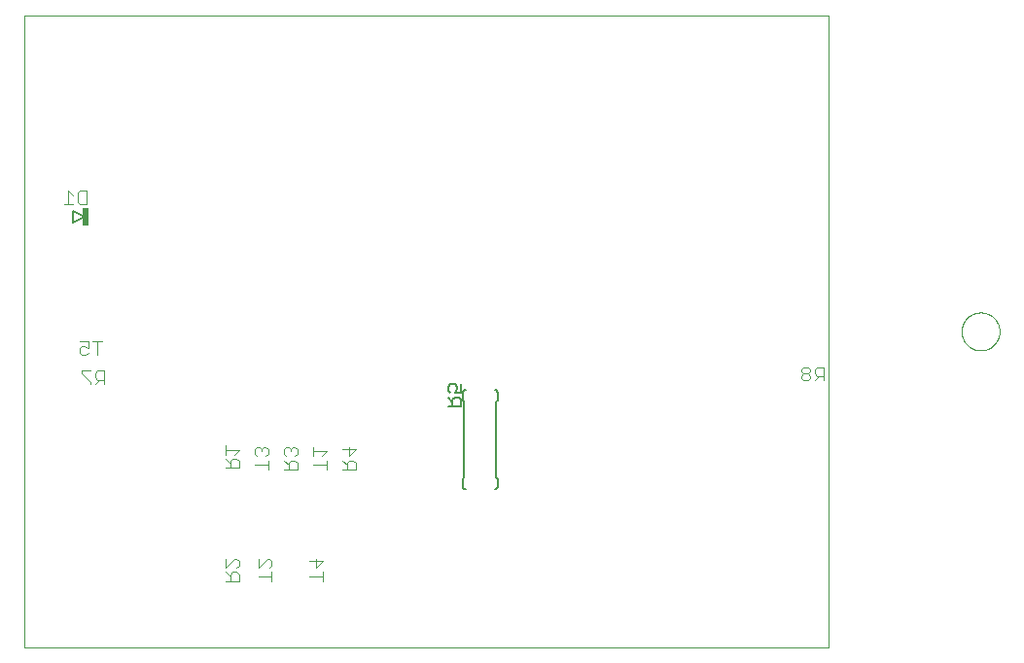
<source format=gbo>
G75*
%MOIN*%
%OFA0B0*%
%FSLAX25Y25*%
%IPPOS*%
%LPD*%
%AMOC8*
5,1,8,0,0,1.08239X$1,22.5*
%
%ADD10C,0.00000*%
%ADD11C,0.00400*%
%ADD12C,0.00800*%
%ADD13R,0.02400X0.06200*%
%ADD14C,0.00600*%
%ADD15C,0.00500*%
D10*
X0002474Y0011800D02*
X0002474Y0228335D01*
X0278065Y0228335D01*
X0278065Y0011800D01*
X0002474Y0011800D01*
X0323724Y0120068D02*
X0323726Y0120229D01*
X0323732Y0120389D01*
X0323742Y0120550D01*
X0323756Y0120710D01*
X0323774Y0120870D01*
X0323795Y0121029D01*
X0323821Y0121188D01*
X0323851Y0121346D01*
X0323884Y0121503D01*
X0323922Y0121660D01*
X0323963Y0121815D01*
X0324008Y0121969D01*
X0324057Y0122122D01*
X0324110Y0122274D01*
X0324166Y0122425D01*
X0324227Y0122574D01*
X0324290Y0122722D01*
X0324358Y0122868D01*
X0324429Y0123012D01*
X0324503Y0123154D01*
X0324581Y0123295D01*
X0324663Y0123433D01*
X0324748Y0123570D01*
X0324836Y0123704D01*
X0324928Y0123836D01*
X0325023Y0123966D01*
X0325121Y0124094D01*
X0325222Y0124219D01*
X0325326Y0124341D01*
X0325433Y0124461D01*
X0325543Y0124578D01*
X0325656Y0124693D01*
X0325772Y0124804D01*
X0325891Y0124913D01*
X0326012Y0125018D01*
X0326136Y0125121D01*
X0326262Y0125221D01*
X0326390Y0125317D01*
X0326521Y0125410D01*
X0326655Y0125500D01*
X0326790Y0125587D01*
X0326928Y0125670D01*
X0327067Y0125750D01*
X0327209Y0125826D01*
X0327352Y0125899D01*
X0327497Y0125968D01*
X0327644Y0126034D01*
X0327792Y0126096D01*
X0327942Y0126154D01*
X0328093Y0126209D01*
X0328246Y0126260D01*
X0328400Y0126307D01*
X0328555Y0126350D01*
X0328711Y0126389D01*
X0328867Y0126425D01*
X0329025Y0126456D01*
X0329183Y0126484D01*
X0329342Y0126508D01*
X0329502Y0126528D01*
X0329662Y0126544D01*
X0329822Y0126556D01*
X0329983Y0126564D01*
X0330144Y0126568D01*
X0330304Y0126568D01*
X0330465Y0126564D01*
X0330626Y0126556D01*
X0330786Y0126544D01*
X0330946Y0126528D01*
X0331106Y0126508D01*
X0331265Y0126484D01*
X0331423Y0126456D01*
X0331581Y0126425D01*
X0331737Y0126389D01*
X0331893Y0126350D01*
X0332048Y0126307D01*
X0332202Y0126260D01*
X0332355Y0126209D01*
X0332506Y0126154D01*
X0332656Y0126096D01*
X0332804Y0126034D01*
X0332951Y0125968D01*
X0333096Y0125899D01*
X0333239Y0125826D01*
X0333381Y0125750D01*
X0333520Y0125670D01*
X0333658Y0125587D01*
X0333793Y0125500D01*
X0333927Y0125410D01*
X0334058Y0125317D01*
X0334186Y0125221D01*
X0334312Y0125121D01*
X0334436Y0125018D01*
X0334557Y0124913D01*
X0334676Y0124804D01*
X0334792Y0124693D01*
X0334905Y0124578D01*
X0335015Y0124461D01*
X0335122Y0124341D01*
X0335226Y0124219D01*
X0335327Y0124094D01*
X0335425Y0123966D01*
X0335520Y0123836D01*
X0335612Y0123704D01*
X0335700Y0123570D01*
X0335785Y0123433D01*
X0335867Y0123295D01*
X0335945Y0123154D01*
X0336019Y0123012D01*
X0336090Y0122868D01*
X0336158Y0122722D01*
X0336221Y0122574D01*
X0336282Y0122425D01*
X0336338Y0122274D01*
X0336391Y0122122D01*
X0336440Y0121969D01*
X0336485Y0121815D01*
X0336526Y0121660D01*
X0336564Y0121503D01*
X0336597Y0121346D01*
X0336627Y0121188D01*
X0336653Y0121029D01*
X0336674Y0120870D01*
X0336692Y0120710D01*
X0336706Y0120550D01*
X0336716Y0120389D01*
X0336722Y0120229D01*
X0336724Y0120068D01*
X0336722Y0119907D01*
X0336716Y0119747D01*
X0336706Y0119586D01*
X0336692Y0119426D01*
X0336674Y0119266D01*
X0336653Y0119107D01*
X0336627Y0118948D01*
X0336597Y0118790D01*
X0336564Y0118633D01*
X0336526Y0118476D01*
X0336485Y0118321D01*
X0336440Y0118167D01*
X0336391Y0118014D01*
X0336338Y0117862D01*
X0336282Y0117711D01*
X0336221Y0117562D01*
X0336158Y0117414D01*
X0336090Y0117268D01*
X0336019Y0117124D01*
X0335945Y0116982D01*
X0335867Y0116841D01*
X0335785Y0116703D01*
X0335700Y0116566D01*
X0335612Y0116432D01*
X0335520Y0116300D01*
X0335425Y0116170D01*
X0335327Y0116042D01*
X0335226Y0115917D01*
X0335122Y0115795D01*
X0335015Y0115675D01*
X0334905Y0115558D01*
X0334792Y0115443D01*
X0334676Y0115332D01*
X0334557Y0115223D01*
X0334436Y0115118D01*
X0334312Y0115015D01*
X0334186Y0114915D01*
X0334058Y0114819D01*
X0333927Y0114726D01*
X0333793Y0114636D01*
X0333658Y0114549D01*
X0333520Y0114466D01*
X0333381Y0114386D01*
X0333239Y0114310D01*
X0333096Y0114237D01*
X0332951Y0114168D01*
X0332804Y0114102D01*
X0332656Y0114040D01*
X0332506Y0113982D01*
X0332355Y0113927D01*
X0332202Y0113876D01*
X0332048Y0113829D01*
X0331893Y0113786D01*
X0331737Y0113747D01*
X0331581Y0113711D01*
X0331423Y0113680D01*
X0331265Y0113652D01*
X0331106Y0113628D01*
X0330946Y0113608D01*
X0330786Y0113592D01*
X0330626Y0113580D01*
X0330465Y0113572D01*
X0330304Y0113568D01*
X0330144Y0113568D01*
X0329983Y0113572D01*
X0329822Y0113580D01*
X0329662Y0113592D01*
X0329502Y0113608D01*
X0329342Y0113628D01*
X0329183Y0113652D01*
X0329025Y0113680D01*
X0328867Y0113711D01*
X0328711Y0113747D01*
X0328555Y0113786D01*
X0328400Y0113829D01*
X0328246Y0113876D01*
X0328093Y0113927D01*
X0327942Y0113982D01*
X0327792Y0114040D01*
X0327644Y0114102D01*
X0327497Y0114168D01*
X0327352Y0114237D01*
X0327209Y0114310D01*
X0327067Y0114386D01*
X0326928Y0114466D01*
X0326790Y0114549D01*
X0326655Y0114636D01*
X0326521Y0114726D01*
X0326390Y0114819D01*
X0326262Y0114915D01*
X0326136Y0115015D01*
X0326012Y0115118D01*
X0325891Y0115223D01*
X0325772Y0115332D01*
X0325656Y0115443D01*
X0325543Y0115558D01*
X0325433Y0115675D01*
X0325326Y0115795D01*
X0325222Y0115917D01*
X0325121Y0116042D01*
X0325023Y0116170D01*
X0324928Y0116300D01*
X0324836Y0116432D01*
X0324748Y0116566D01*
X0324663Y0116703D01*
X0324581Y0116841D01*
X0324503Y0116982D01*
X0324429Y0117124D01*
X0324358Y0117268D01*
X0324290Y0117414D01*
X0324227Y0117562D01*
X0324166Y0117711D01*
X0324110Y0117862D01*
X0324057Y0118014D01*
X0324008Y0118167D01*
X0323963Y0118321D01*
X0323922Y0118476D01*
X0323884Y0118633D01*
X0323851Y0118790D01*
X0323821Y0118948D01*
X0323795Y0119107D01*
X0323774Y0119266D01*
X0323756Y0119426D01*
X0323742Y0119586D01*
X0323732Y0119747D01*
X0323726Y0119907D01*
X0323724Y0120068D01*
D11*
X0276482Y0107854D02*
X0276482Y0103250D01*
X0276482Y0104785D02*
X0274180Y0104785D01*
X0273413Y0105552D01*
X0273413Y0107087D01*
X0274180Y0107854D01*
X0276482Y0107854D01*
X0274948Y0104785D02*
X0273413Y0103250D01*
X0271878Y0104017D02*
X0271878Y0104785D01*
X0271111Y0105552D01*
X0269576Y0105552D01*
X0268809Y0104785D01*
X0268809Y0104017D01*
X0269576Y0103250D01*
X0271111Y0103250D01*
X0271878Y0104017D01*
X0271111Y0105552D02*
X0271878Y0106319D01*
X0271878Y0107087D01*
X0271111Y0107854D01*
X0269576Y0107854D01*
X0268809Y0107087D01*
X0268809Y0106319D01*
X0269576Y0105552D01*
X0116028Y0079698D02*
X0113726Y0077396D01*
X0113726Y0080465D01*
X0111424Y0079698D02*
X0116028Y0079698D01*
X0115261Y0075861D02*
X0113726Y0075861D01*
X0112959Y0075094D01*
X0112959Y0072792D01*
X0111424Y0072792D02*
X0116028Y0072792D01*
X0116028Y0075094D01*
X0115261Y0075861D01*
X0112959Y0074327D02*
X0111424Y0075861D01*
X0106028Y0075861D02*
X0106028Y0072792D01*
X0106028Y0074327D02*
X0101424Y0074327D01*
X0101424Y0077396D02*
X0101424Y0080465D01*
X0101424Y0078931D02*
X0106028Y0078931D01*
X0104494Y0077396D01*
X0096028Y0078163D02*
X0096028Y0079698D01*
X0095261Y0080465D01*
X0094494Y0080465D01*
X0093726Y0079698D01*
X0092959Y0080465D01*
X0092192Y0080465D01*
X0091424Y0079698D01*
X0091424Y0078163D01*
X0092192Y0077396D01*
X0091424Y0075861D02*
X0092959Y0074327D01*
X0092959Y0075094D02*
X0092959Y0072792D01*
X0091424Y0072792D02*
X0096028Y0072792D01*
X0096028Y0075094D01*
X0095261Y0075861D01*
X0093726Y0075861D01*
X0092959Y0075094D01*
X0095261Y0077396D02*
X0096028Y0078163D01*
X0093726Y0078931D02*
X0093726Y0079698D01*
X0086028Y0079698D02*
X0086028Y0078163D01*
X0085261Y0077396D01*
X0086028Y0075861D02*
X0086028Y0072792D01*
X0086028Y0074327D02*
X0081424Y0074327D01*
X0082192Y0077396D02*
X0081424Y0078163D01*
X0081424Y0079698D01*
X0082192Y0080465D01*
X0082959Y0080465D01*
X0083726Y0079698D01*
X0083726Y0078931D01*
X0083726Y0079698D02*
X0084494Y0080465D01*
X0085261Y0080465D01*
X0086028Y0079698D01*
X0076028Y0079389D02*
X0074494Y0077854D01*
X0075261Y0076319D02*
X0073726Y0076319D01*
X0072959Y0075552D01*
X0072959Y0073250D01*
X0072959Y0074785D02*
X0071424Y0076319D01*
X0071424Y0077854D02*
X0071424Y0080923D01*
X0071424Y0079389D02*
X0076028Y0079389D01*
X0075261Y0076319D02*
X0076028Y0075552D01*
X0076028Y0073250D01*
X0071424Y0073250D01*
X0071424Y0042173D02*
X0071424Y0039104D01*
X0074494Y0042173D01*
X0075261Y0042173D01*
X0076028Y0041406D01*
X0076028Y0039871D01*
X0075261Y0039104D01*
X0075261Y0037569D02*
X0073726Y0037569D01*
X0072959Y0036802D01*
X0072959Y0034500D01*
X0072959Y0036035D02*
X0071424Y0037569D01*
X0075261Y0037569D02*
X0076028Y0036802D01*
X0076028Y0034500D01*
X0071424Y0034500D01*
X0082674Y0036035D02*
X0087278Y0036035D01*
X0087278Y0037569D02*
X0087278Y0034500D01*
X0086511Y0039104D02*
X0087278Y0039871D01*
X0087278Y0041406D01*
X0086511Y0042173D01*
X0085744Y0042173D01*
X0082674Y0039104D01*
X0082674Y0042173D01*
X0100174Y0041406D02*
X0104778Y0041406D01*
X0102476Y0039104D01*
X0102476Y0042173D01*
X0104778Y0037569D02*
X0104778Y0034500D01*
X0104778Y0036035D02*
X0100174Y0036035D01*
X0029774Y0102000D02*
X0029774Y0106604D01*
X0027472Y0106604D01*
X0026705Y0105837D01*
X0026705Y0104302D01*
X0027472Y0103535D01*
X0029774Y0103535D01*
X0028240Y0103535D02*
X0026705Y0102000D01*
X0025170Y0102000D02*
X0025170Y0102767D01*
X0022101Y0105837D01*
X0022101Y0106604D01*
X0025170Y0106604D01*
X0023611Y0112000D02*
X0024378Y0112767D01*
X0023611Y0112000D02*
X0022076Y0112000D01*
X0021309Y0112767D01*
X0021309Y0114302D01*
X0022076Y0115069D01*
X0022844Y0115069D01*
X0024378Y0114302D01*
X0024378Y0116604D01*
X0021309Y0116604D01*
X0025913Y0116604D02*
X0028982Y0116604D01*
X0027448Y0116604D02*
X0027448Y0112000D01*
X0023732Y0163750D02*
X0021430Y0163750D01*
X0020663Y0164517D01*
X0020663Y0167587D01*
X0021430Y0168354D01*
X0023732Y0168354D01*
X0023732Y0163750D01*
X0019128Y0163750D02*
X0016059Y0163750D01*
X0017594Y0163750D02*
X0017594Y0168354D01*
X0019128Y0166819D01*
D12*
X0019256Y0161269D02*
X0019256Y0157331D01*
X0023193Y0159300D01*
X0019256Y0161269D01*
D13*
X0023424Y0159300D03*
D14*
X0152724Y0099050D02*
X0152724Y0096550D01*
X0153224Y0096050D01*
X0153224Y0070050D01*
X0152724Y0069550D01*
X0152724Y0067050D01*
X0152726Y0066990D01*
X0152731Y0066929D01*
X0152740Y0066870D01*
X0152753Y0066811D01*
X0152769Y0066752D01*
X0152789Y0066695D01*
X0152812Y0066640D01*
X0152839Y0066585D01*
X0152868Y0066533D01*
X0152901Y0066482D01*
X0152937Y0066433D01*
X0152975Y0066387D01*
X0153017Y0066343D01*
X0153061Y0066301D01*
X0153107Y0066263D01*
X0153156Y0066227D01*
X0153207Y0066194D01*
X0153259Y0066165D01*
X0153314Y0066138D01*
X0153369Y0066115D01*
X0153426Y0066095D01*
X0153485Y0066079D01*
X0153544Y0066066D01*
X0153603Y0066057D01*
X0153664Y0066052D01*
X0153724Y0066050D01*
X0163724Y0066050D02*
X0163784Y0066052D01*
X0163845Y0066057D01*
X0163904Y0066066D01*
X0163963Y0066079D01*
X0164022Y0066095D01*
X0164079Y0066115D01*
X0164134Y0066138D01*
X0164189Y0066165D01*
X0164241Y0066194D01*
X0164292Y0066227D01*
X0164341Y0066263D01*
X0164387Y0066301D01*
X0164431Y0066343D01*
X0164473Y0066387D01*
X0164511Y0066433D01*
X0164547Y0066482D01*
X0164580Y0066533D01*
X0164609Y0066585D01*
X0164636Y0066640D01*
X0164659Y0066695D01*
X0164679Y0066752D01*
X0164695Y0066811D01*
X0164708Y0066870D01*
X0164717Y0066929D01*
X0164722Y0066990D01*
X0164724Y0067050D01*
X0164724Y0069550D01*
X0164224Y0070050D01*
X0164224Y0096050D01*
X0164724Y0096550D01*
X0164724Y0099050D01*
X0164722Y0099110D01*
X0164717Y0099171D01*
X0164708Y0099230D01*
X0164695Y0099289D01*
X0164679Y0099348D01*
X0164659Y0099405D01*
X0164636Y0099460D01*
X0164609Y0099515D01*
X0164580Y0099567D01*
X0164547Y0099618D01*
X0164511Y0099667D01*
X0164473Y0099713D01*
X0164431Y0099757D01*
X0164387Y0099799D01*
X0164341Y0099837D01*
X0164292Y0099873D01*
X0164241Y0099906D01*
X0164189Y0099935D01*
X0164134Y0099962D01*
X0164079Y0099985D01*
X0164022Y0100005D01*
X0163963Y0100021D01*
X0163904Y0100034D01*
X0163845Y0100043D01*
X0163784Y0100048D01*
X0163724Y0100050D01*
X0153724Y0100050D02*
X0153664Y0100048D01*
X0153603Y0100043D01*
X0153544Y0100034D01*
X0153485Y0100021D01*
X0153426Y0100005D01*
X0153369Y0099985D01*
X0153314Y0099962D01*
X0153259Y0099935D01*
X0153207Y0099906D01*
X0153156Y0099873D01*
X0153107Y0099837D01*
X0153061Y0099799D01*
X0153017Y0099757D01*
X0152975Y0099713D01*
X0152937Y0099667D01*
X0152901Y0099618D01*
X0152868Y0099567D01*
X0152839Y0099515D01*
X0152812Y0099460D01*
X0152789Y0099405D01*
X0152769Y0099348D01*
X0152753Y0099289D01*
X0152740Y0099230D01*
X0152731Y0099171D01*
X0152726Y0099110D01*
X0152724Y0099050D01*
D15*
X0152228Y0098904D02*
X0149976Y0098904D01*
X0150727Y0100405D01*
X0150727Y0101156D01*
X0149976Y0101906D01*
X0148475Y0101906D01*
X0147724Y0101156D01*
X0147724Y0099655D01*
X0148475Y0098904D01*
X0147724Y0097303D02*
X0149226Y0095801D01*
X0149226Y0096552D02*
X0149226Y0094300D01*
X0147724Y0094300D02*
X0152228Y0094300D01*
X0152228Y0096552D01*
X0151478Y0097303D01*
X0149976Y0097303D01*
X0149226Y0096552D01*
X0152228Y0098904D02*
X0152228Y0101906D01*
M02*

</source>
